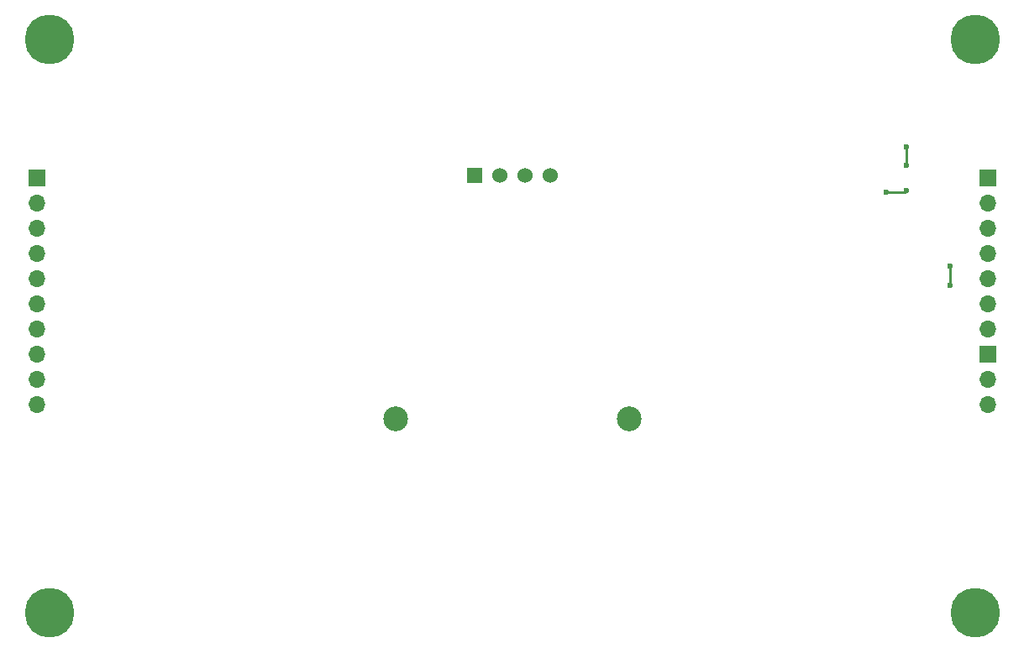
<source format=gtl>
G04 #@! TF.GenerationSoftware,KiCad,Pcbnew,(5.1.8)-1*
G04 #@! TF.CreationDate,2021-01-16T01:02:15+01:00*
G04 #@! TF.ProjectId,8bitWave Faceplate A2,38626974-5761-4766-9520-46616365706c,rev?*
G04 #@! TF.SameCoordinates,Original*
G04 #@! TF.FileFunction,Copper,L1,Top*
G04 #@! TF.FilePolarity,Positive*
%FSLAX46Y46*%
G04 Gerber Fmt 4.6, Leading zero omitted, Abs format (unit mm)*
G04 Created by KiCad (PCBNEW (5.1.8)-1) date 2021-01-16 01:02:15*
%MOMM*%
%LPD*%
G01*
G04 APERTURE LIST*
G04 #@! TA.AperFunction,ComponentPad*
%ADD10O,1.700000X1.700000*%
G04 #@! TD*
G04 #@! TA.AperFunction,ComponentPad*
%ADD11R,1.700000X1.700000*%
G04 #@! TD*
G04 #@! TA.AperFunction,WasherPad*
%ADD12C,2.500000*%
G04 #@! TD*
G04 #@! TA.AperFunction,ComponentPad*
%ADD13R,1.524000X1.524000*%
G04 #@! TD*
G04 #@! TA.AperFunction,ComponentPad*
%ADD14C,1.524000*%
G04 #@! TD*
G04 #@! TA.AperFunction,ComponentPad*
%ADD15C,5.000000*%
G04 #@! TD*
G04 #@! TA.AperFunction,ViaPad*
%ADD16C,0.600000*%
G04 #@! TD*
G04 #@! TA.AperFunction,Conductor*
%ADD17C,0.250000*%
G04 #@! TD*
G04 APERTURE END LIST*
D10*
X72390000Y-118110000D03*
X72390000Y-115570000D03*
X72390000Y-113030000D03*
X72390000Y-110490000D03*
X72390000Y-107950000D03*
X72390000Y-105410000D03*
X72390000Y-102870000D03*
X72390000Y-100330000D03*
X72390000Y-97790000D03*
D11*
X72390000Y-95250000D03*
D12*
X132085000Y-119500000D03*
X108585000Y-119500000D03*
D13*
X116525000Y-95000000D03*
D14*
X119065000Y-95000000D03*
X121605000Y-95000000D03*
X124145000Y-95000000D03*
D11*
X168275000Y-95250000D03*
D10*
X168275000Y-97790000D03*
X168275000Y-100330000D03*
X168275000Y-102870000D03*
X168275000Y-105410000D03*
X168275000Y-107950000D03*
X168275000Y-110490000D03*
D15*
X73660000Y-139065000D03*
X167005000Y-139065000D03*
X167005000Y-81280000D03*
X73660000Y-81280000D03*
D11*
X168275000Y-113030000D03*
D10*
X168275000Y-115570000D03*
X168275000Y-118110000D03*
D16*
X157990558Y-96644442D03*
X160020000Y-96520000D03*
X160020000Y-93980000D03*
X160020000Y-92075000D03*
X164465000Y-106045000D03*
X164465000Y-104140000D03*
D17*
X159895558Y-96644442D02*
X160020000Y-96520000D01*
X157990558Y-96644442D02*
X159895558Y-96644442D01*
X160020000Y-93980000D02*
X160020000Y-92075000D01*
X164465000Y-106045000D02*
X164465000Y-104140000D01*
M02*

</source>
